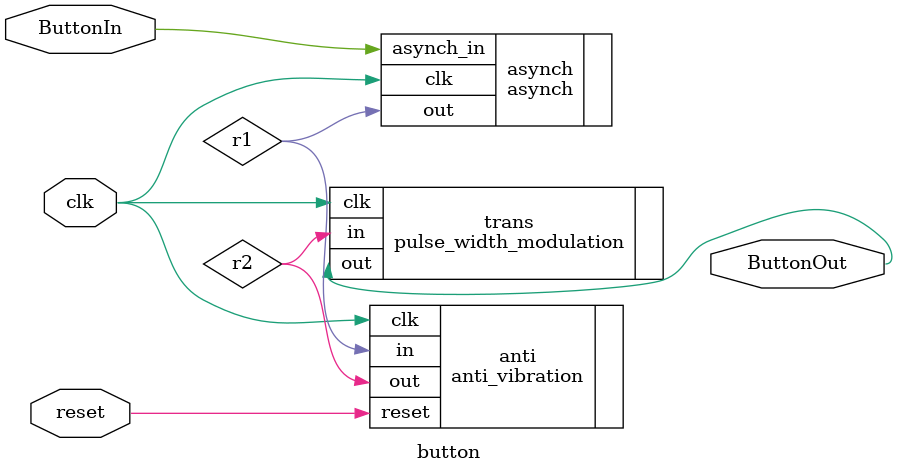
<source format=v>
module button(reset, ButtonIn, ButtonOut, clk);

input   reset;
input   ButtonIn;
input   clk;

parameter sim = 1'b0;

output  ButtonOut;
wire    r1;
wire    r2;



asynch  asynch(.asynch_in(ButtonIn), .clk(clk), .out(r1));

anti_vibration #(.sim(sim)) anti(.clk(clk), .in(r1), .reset(reset), .out(r2));

pulse_width_modulation  trans(.in(r2), .clk(clk), .out(ButtonOut));
endmodule
</source>
